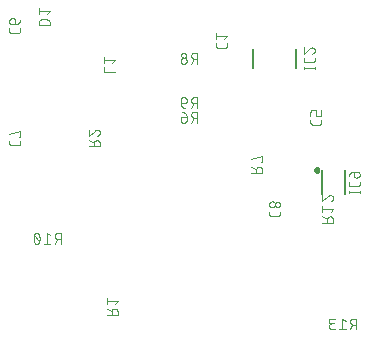
<source format=gbo>
G75*
%MOIN*%
%OFA0B0*%
%FSLAX25Y25*%
%IPPOS*%
%LPD*%
%AMOC8*
5,1,8,0,0,1.08239X$1,22.5*
%
%ADD10C,0.00300*%
%ADD11C,0.00500*%
%ADD12C,0.01181*%
D10*
X0055598Y0094713D02*
X0055653Y0094715D01*
X0055707Y0094721D01*
X0055760Y0094731D01*
X0055813Y0094745D01*
X0055865Y0094762D01*
X0055915Y0094784D01*
X0055964Y0094808D01*
X0056010Y0094837D01*
X0056055Y0094869D01*
X0056097Y0094903D01*
X0056136Y0094941D01*
X0056172Y0094982D01*
X0056206Y0095025D01*
X0056236Y0095071D01*
X0056263Y0095118D01*
X0056286Y0095167D01*
X0056306Y0095218D01*
X0056406Y0095521D02*
X0054790Y0097542D01*
X0054890Y0097845D02*
X0054910Y0097896D01*
X0054933Y0097945D01*
X0054960Y0097992D01*
X0054990Y0098038D01*
X0055024Y0098081D01*
X0055060Y0098122D01*
X0055099Y0098160D01*
X0055141Y0098194D01*
X0055186Y0098226D01*
X0055232Y0098255D01*
X0055281Y0098279D01*
X0055331Y0098301D01*
X0055383Y0098318D01*
X0055436Y0098332D01*
X0055489Y0098342D01*
X0055543Y0098348D01*
X0055598Y0098350D01*
X0055653Y0098348D01*
X0055707Y0098342D01*
X0055760Y0098332D01*
X0055813Y0098318D01*
X0055865Y0098301D01*
X0055915Y0098279D01*
X0055964Y0098255D01*
X0056010Y0098226D01*
X0056055Y0098194D01*
X0056097Y0098160D01*
X0056136Y0098122D01*
X0056172Y0098081D01*
X0056206Y0098038D01*
X0056236Y0097992D01*
X0056263Y0097945D01*
X0056286Y0097896D01*
X0056306Y0097845D01*
X0054891Y0097844D02*
X0054847Y0097750D01*
X0054806Y0097653D01*
X0054769Y0097556D01*
X0054735Y0097457D01*
X0054704Y0097357D01*
X0054677Y0097256D01*
X0054653Y0097154D01*
X0054633Y0097051D01*
X0054617Y0096948D01*
X0054604Y0096844D01*
X0054595Y0096740D01*
X0054590Y0096636D01*
X0054588Y0096531D01*
X0056608Y0096531D02*
X0056606Y0096636D01*
X0056601Y0096740D01*
X0056592Y0096844D01*
X0056579Y0096948D01*
X0056563Y0097051D01*
X0056543Y0097154D01*
X0056519Y0097256D01*
X0056492Y0097357D01*
X0056461Y0097457D01*
X0056427Y0097556D01*
X0056390Y0097653D01*
X0056349Y0097749D01*
X0056305Y0097844D01*
X0054588Y0096531D02*
X0054590Y0096426D01*
X0054595Y0096322D01*
X0054604Y0096218D01*
X0054617Y0096114D01*
X0054633Y0096011D01*
X0054653Y0095908D01*
X0054677Y0095806D01*
X0054704Y0095705D01*
X0054735Y0095605D01*
X0054769Y0095506D01*
X0054806Y0095409D01*
X0054847Y0095312D01*
X0054891Y0095218D01*
X0054890Y0095218D02*
X0054910Y0095167D01*
X0054933Y0095118D01*
X0054960Y0095071D01*
X0054990Y0095025D01*
X0055024Y0094982D01*
X0055060Y0094941D01*
X0055099Y0094903D01*
X0055141Y0094869D01*
X0055186Y0094837D01*
X0055232Y0094808D01*
X0055281Y0094784D01*
X0055331Y0094762D01*
X0055383Y0094745D01*
X0055436Y0094731D01*
X0055489Y0094721D01*
X0055543Y0094715D01*
X0055598Y0094713D01*
X0058131Y0094713D02*
X0060151Y0094713D01*
X0059141Y0094713D02*
X0059141Y0098350D01*
X0060151Y0097542D01*
X0062460Y0096329D02*
X0061652Y0094713D01*
X0062662Y0096329D02*
X0063672Y0096329D01*
X0062662Y0096330D02*
X0062600Y0096332D01*
X0062538Y0096338D01*
X0062476Y0096347D01*
X0062416Y0096361D01*
X0062356Y0096378D01*
X0062297Y0096398D01*
X0062240Y0096422D01*
X0062184Y0096450D01*
X0062130Y0096481D01*
X0062078Y0096516D01*
X0062029Y0096553D01*
X0061982Y0096594D01*
X0061937Y0096637D01*
X0061895Y0096683D01*
X0061856Y0096731D01*
X0061820Y0096782D01*
X0061787Y0096835D01*
X0061758Y0096890D01*
X0061732Y0096946D01*
X0061709Y0097004D01*
X0061691Y0097064D01*
X0061675Y0097124D01*
X0061664Y0097185D01*
X0061656Y0097247D01*
X0061652Y0097309D01*
X0061652Y0097371D01*
X0061656Y0097433D01*
X0061664Y0097495D01*
X0061675Y0097556D01*
X0061691Y0097616D01*
X0061709Y0097676D01*
X0061732Y0097734D01*
X0061758Y0097790D01*
X0061787Y0097845D01*
X0061820Y0097898D01*
X0061856Y0097949D01*
X0061895Y0097997D01*
X0061937Y0098043D01*
X0061982Y0098086D01*
X0062029Y0098127D01*
X0062078Y0098164D01*
X0062130Y0098199D01*
X0062184Y0098230D01*
X0062240Y0098258D01*
X0062297Y0098282D01*
X0062356Y0098302D01*
X0062416Y0098319D01*
X0062476Y0098333D01*
X0062538Y0098342D01*
X0062600Y0098348D01*
X0062662Y0098350D01*
X0063672Y0098350D01*
X0063672Y0094713D01*
X0056608Y0096531D02*
X0056606Y0096426D01*
X0056601Y0096322D01*
X0056592Y0096218D01*
X0056579Y0096114D01*
X0056563Y0096011D01*
X0056543Y0095908D01*
X0056519Y0095806D01*
X0056492Y0095705D01*
X0056461Y0095605D01*
X0056427Y0095506D01*
X0056390Y0095409D01*
X0056349Y0095313D01*
X0056305Y0095218D01*
X0078965Y0076664D02*
X0078965Y0074644D01*
X0078965Y0075654D02*
X0082602Y0075654D01*
X0081794Y0074644D01*
X0082602Y0072133D02*
X0082600Y0072195D01*
X0082594Y0072257D01*
X0082585Y0072319D01*
X0082571Y0072379D01*
X0082554Y0072439D01*
X0082534Y0072498D01*
X0082510Y0072555D01*
X0082482Y0072611D01*
X0082451Y0072665D01*
X0082416Y0072717D01*
X0082379Y0072766D01*
X0082338Y0072813D01*
X0082295Y0072858D01*
X0082249Y0072900D01*
X0082201Y0072939D01*
X0082150Y0072975D01*
X0082097Y0073008D01*
X0082042Y0073037D01*
X0081986Y0073063D01*
X0081928Y0073086D01*
X0081868Y0073104D01*
X0081808Y0073120D01*
X0081747Y0073131D01*
X0081685Y0073139D01*
X0081623Y0073143D01*
X0081561Y0073143D01*
X0081499Y0073139D01*
X0081437Y0073131D01*
X0081376Y0073120D01*
X0081316Y0073104D01*
X0081256Y0073086D01*
X0081198Y0073063D01*
X0081142Y0073037D01*
X0081087Y0073008D01*
X0081034Y0072975D01*
X0080983Y0072939D01*
X0080935Y0072900D01*
X0080889Y0072858D01*
X0080846Y0072813D01*
X0080805Y0072766D01*
X0080768Y0072717D01*
X0080733Y0072665D01*
X0080702Y0072611D01*
X0080674Y0072555D01*
X0080650Y0072498D01*
X0080630Y0072439D01*
X0080613Y0072379D01*
X0080599Y0072319D01*
X0080590Y0072257D01*
X0080584Y0072195D01*
X0080582Y0072133D01*
X0080581Y0072133D02*
X0080581Y0071123D01*
X0080581Y0072335D02*
X0078965Y0073143D01*
X0078965Y0071123D02*
X0082602Y0071123D01*
X0082602Y0072133D01*
X0127193Y0118367D02*
X0130830Y0118367D01*
X0130830Y0119377D01*
X0130828Y0119439D01*
X0130822Y0119501D01*
X0130813Y0119563D01*
X0130799Y0119623D01*
X0130782Y0119683D01*
X0130762Y0119742D01*
X0130738Y0119799D01*
X0130710Y0119855D01*
X0130679Y0119909D01*
X0130644Y0119961D01*
X0130607Y0120010D01*
X0130566Y0120057D01*
X0130523Y0120102D01*
X0130477Y0120144D01*
X0130429Y0120183D01*
X0130378Y0120219D01*
X0130325Y0120252D01*
X0130270Y0120281D01*
X0130214Y0120307D01*
X0130156Y0120330D01*
X0130096Y0120348D01*
X0130036Y0120364D01*
X0129975Y0120375D01*
X0129913Y0120383D01*
X0129851Y0120387D01*
X0129789Y0120387D01*
X0129727Y0120383D01*
X0129665Y0120375D01*
X0129604Y0120364D01*
X0129544Y0120348D01*
X0129484Y0120330D01*
X0129426Y0120307D01*
X0129370Y0120281D01*
X0129315Y0120252D01*
X0129262Y0120219D01*
X0129211Y0120183D01*
X0129163Y0120144D01*
X0129117Y0120102D01*
X0129074Y0120057D01*
X0129033Y0120010D01*
X0128996Y0119961D01*
X0128961Y0119909D01*
X0128930Y0119855D01*
X0128902Y0119799D01*
X0128878Y0119742D01*
X0128858Y0119683D01*
X0128841Y0119623D01*
X0128827Y0119563D01*
X0128818Y0119501D01*
X0128812Y0119439D01*
X0128810Y0119377D01*
X0128810Y0118367D01*
X0128810Y0119579D02*
X0127193Y0120388D01*
X0127193Y0122898D02*
X0130830Y0123909D01*
X0130830Y0121888D01*
X0130426Y0121888D01*
X0134109Y0108865D02*
X0134047Y0108863D01*
X0133985Y0108857D01*
X0133923Y0108848D01*
X0133863Y0108834D01*
X0133803Y0108817D01*
X0133744Y0108797D01*
X0133687Y0108773D01*
X0133631Y0108745D01*
X0133577Y0108714D01*
X0133525Y0108679D01*
X0133476Y0108642D01*
X0133429Y0108601D01*
X0133384Y0108558D01*
X0133342Y0108512D01*
X0133303Y0108464D01*
X0133267Y0108413D01*
X0133234Y0108360D01*
X0133205Y0108305D01*
X0133179Y0108249D01*
X0133156Y0108191D01*
X0133138Y0108131D01*
X0133122Y0108071D01*
X0133111Y0108010D01*
X0133103Y0107948D01*
X0133099Y0107886D01*
X0133099Y0107824D01*
X0133103Y0107762D01*
X0133111Y0107700D01*
X0133122Y0107639D01*
X0133138Y0107579D01*
X0133156Y0107519D01*
X0133179Y0107461D01*
X0133205Y0107405D01*
X0133234Y0107350D01*
X0133267Y0107297D01*
X0133303Y0107246D01*
X0133342Y0107198D01*
X0133384Y0107152D01*
X0133429Y0107109D01*
X0133476Y0107068D01*
X0133525Y0107031D01*
X0133577Y0106996D01*
X0133631Y0106965D01*
X0133687Y0106937D01*
X0133744Y0106913D01*
X0133803Y0106893D01*
X0133863Y0106876D01*
X0133923Y0106862D01*
X0133985Y0106853D01*
X0134047Y0106847D01*
X0134109Y0106845D01*
X0134171Y0106847D01*
X0134233Y0106853D01*
X0134295Y0106862D01*
X0134355Y0106876D01*
X0134415Y0106893D01*
X0134474Y0106913D01*
X0134531Y0106937D01*
X0134587Y0106965D01*
X0134641Y0106996D01*
X0134693Y0107031D01*
X0134742Y0107068D01*
X0134789Y0107109D01*
X0134834Y0107152D01*
X0134876Y0107198D01*
X0134915Y0107246D01*
X0134951Y0107297D01*
X0134984Y0107350D01*
X0135013Y0107405D01*
X0135039Y0107461D01*
X0135062Y0107519D01*
X0135080Y0107579D01*
X0135096Y0107639D01*
X0135107Y0107700D01*
X0135115Y0107762D01*
X0135119Y0107824D01*
X0135119Y0107886D01*
X0135115Y0107948D01*
X0135107Y0108010D01*
X0135096Y0108071D01*
X0135080Y0108131D01*
X0135062Y0108191D01*
X0135039Y0108249D01*
X0135013Y0108305D01*
X0134984Y0108360D01*
X0134951Y0108413D01*
X0134915Y0108464D01*
X0134876Y0108512D01*
X0134834Y0108558D01*
X0134789Y0108601D01*
X0134742Y0108642D01*
X0134693Y0108679D01*
X0134641Y0108714D01*
X0134587Y0108745D01*
X0134531Y0108773D01*
X0134474Y0108797D01*
X0134415Y0108817D01*
X0134355Y0108834D01*
X0134295Y0108848D01*
X0134233Y0108857D01*
X0134171Y0108863D01*
X0134109Y0108865D01*
X0135928Y0108663D02*
X0135873Y0108661D01*
X0135818Y0108655D01*
X0135764Y0108646D01*
X0135710Y0108633D01*
X0135657Y0108616D01*
X0135606Y0108596D01*
X0135556Y0108572D01*
X0135508Y0108545D01*
X0135462Y0108515D01*
X0135418Y0108482D01*
X0135376Y0108446D01*
X0135337Y0108407D01*
X0135301Y0108365D01*
X0135268Y0108321D01*
X0135238Y0108275D01*
X0135211Y0108227D01*
X0135187Y0108177D01*
X0135167Y0108126D01*
X0135150Y0108073D01*
X0135137Y0108019D01*
X0135128Y0107965D01*
X0135122Y0107910D01*
X0135120Y0107855D01*
X0135122Y0107800D01*
X0135128Y0107745D01*
X0135137Y0107691D01*
X0135150Y0107637D01*
X0135167Y0107584D01*
X0135187Y0107533D01*
X0135211Y0107483D01*
X0135238Y0107435D01*
X0135268Y0107389D01*
X0135301Y0107345D01*
X0135337Y0107303D01*
X0135376Y0107264D01*
X0135418Y0107228D01*
X0135462Y0107195D01*
X0135508Y0107165D01*
X0135556Y0107138D01*
X0135606Y0107114D01*
X0135657Y0107094D01*
X0135710Y0107077D01*
X0135764Y0107064D01*
X0135818Y0107055D01*
X0135873Y0107049D01*
X0135928Y0107047D01*
X0135983Y0107049D01*
X0136038Y0107055D01*
X0136092Y0107064D01*
X0136146Y0107077D01*
X0136199Y0107094D01*
X0136250Y0107114D01*
X0136300Y0107138D01*
X0136348Y0107165D01*
X0136394Y0107195D01*
X0136438Y0107228D01*
X0136480Y0107264D01*
X0136519Y0107303D01*
X0136555Y0107345D01*
X0136588Y0107389D01*
X0136618Y0107435D01*
X0136645Y0107483D01*
X0136669Y0107533D01*
X0136689Y0107584D01*
X0136706Y0107637D01*
X0136719Y0107691D01*
X0136728Y0107745D01*
X0136734Y0107800D01*
X0136736Y0107855D01*
X0136734Y0107910D01*
X0136728Y0107965D01*
X0136719Y0108019D01*
X0136706Y0108073D01*
X0136689Y0108126D01*
X0136669Y0108177D01*
X0136645Y0108227D01*
X0136618Y0108275D01*
X0136588Y0108321D01*
X0136555Y0108365D01*
X0136519Y0108407D01*
X0136480Y0108446D01*
X0136438Y0108482D01*
X0136394Y0108515D01*
X0136348Y0108545D01*
X0136300Y0108572D01*
X0136250Y0108596D01*
X0136199Y0108616D01*
X0136146Y0108633D01*
X0136092Y0108646D01*
X0136038Y0108655D01*
X0135983Y0108661D01*
X0135928Y0108663D01*
X0136736Y0105499D02*
X0136736Y0104691D01*
X0136734Y0104636D01*
X0136728Y0104581D01*
X0136719Y0104527D01*
X0136706Y0104473D01*
X0136689Y0104420D01*
X0136669Y0104369D01*
X0136645Y0104319D01*
X0136618Y0104271D01*
X0136588Y0104225D01*
X0136555Y0104181D01*
X0136519Y0104139D01*
X0136479Y0104100D01*
X0136438Y0104064D01*
X0136394Y0104031D01*
X0136348Y0104001D01*
X0136300Y0103974D01*
X0136250Y0103950D01*
X0136199Y0103930D01*
X0136146Y0103913D01*
X0136092Y0103900D01*
X0136038Y0103891D01*
X0135983Y0103885D01*
X0135928Y0103883D01*
X0135928Y0103882D02*
X0133907Y0103882D01*
X0133907Y0103883D02*
X0133852Y0103885D01*
X0133797Y0103891D01*
X0133743Y0103900D01*
X0133689Y0103913D01*
X0133636Y0103930D01*
X0133585Y0103950D01*
X0133535Y0103974D01*
X0133487Y0104001D01*
X0133441Y0104031D01*
X0133397Y0104064D01*
X0133355Y0104100D01*
X0133316Y0104139D01*
X0133280Y0104181D01*
X0133247Y0104225D01*
X0133217Y0104271D01*
X0133190Y0104319D01*
X0133166Y0104369D01*
X0133146Y0104420D01*
X0133129Y0104473D01*
X0133116Y0104527D01*
X0133107Y0104581D01*
X0133101Y0104636D01*
X0133099Y0104691D01*
X0133099Y0105499D01*
X0150815Y0105353D02*
X0150815Y0107373D01*
X0150815Y0106363D02*
X0154452Y0106363D01*
X0153644Y0105353D01*
X0154452Y0102842D02*
X0154450Y0102904D01*
X0154444Y0102966D01*
X0154435Y0103028D01*
X0154421Y0103088D01*
X0154404Y0103148D01*
X0154384Y0103207D01*
X0154360Y0103264D01*
X0154332Y0103320D01*
X0154301Y0103374D01*
X0154266Y0103426D01*
X0154229Y0103475D01*
X0154188Y0103522D01*
X0154145Y0103567D01*
X0154099Y0103609D01*
X0154051Y0103648D01*
X0154000Y0103684D01*
X0153947Y0103717D01*
X0153892Y0103746D01*
X0153836Y0103772D01*
X0153778Y0103795D01*
X0153718Y0103813D01*
X0153658Y0103829D01*
X0153597Y0103840D01*
X0153535Y0103848D01*
X0153473Y0103852D01*
X0153411Y0103852D01*
X0153349Y0103848D01*
X0153287Y0103840D01*
X0153226Y0103829D01*
X0153166Y0103813D01*
X0153106Y0103795D01*
X0153048Y0103772D01*
X0152992Y0103746D01*
X0152937Y0103717D01*
X0152884Y0103684D01*
X0152833Y0103648D01*
X0152785Y0103609D01*
X0152739Y0103567D01*
X0152696Y0103522D01*
X0152655Y0103475D01*
X0152618Y0103426D01*
X0152583Y0103374D01*
X0152552Y0103320D01*
X0152524Y0103264D01*
X0152500Y0103207D01*
X0152480Y0103148D01*
X0152463Y0103088D01*
X0152449Y0103028D01*
X0152440Y0102966D01*
X0152434Y0102904D01*
X0152432Y0102842D01*
X0152432Y0101832D01*
X0152432Y0103044D02*
X0150815Y0103852D01*
X0150815Y0101832D02*
X0154452Y0101832D01*
X0154452Y0102842D01*
X0150815Y0108896D02*
X0150815Y0110916D01*
X0150815Y0108896D02*
X0152836Y0110613D01*
X0154452Y0110007D02*
X0154450Y0109940D01*
X0154444Y0109874D01*
X0154435Y0109808D01*
X0154422Y0109742D01*
X0154405Y0109678D01*
X0154384Y0109614D01*
X0154360Y0109552D01*
X0154332Y0109491D01*
X0154301Y0109432D01*
X0154266Y0109375D01*
X0154229Y0109320D01*
X0154188Y0109267D01*
X0154144Y0109217D01*
X0154098Y0109169D01*
X0154048Y0109124D01*
X0153997Y0109082D01*
X0153943Y0109042D01*
X0153886Y0109006D01*
X0153828Y0108974D01*
X0153768Y0108944D01*
X0153707Y0108918D01*
X0153644Y0108896D01*
X0152836Y0110614D02*
X0152879Y0110657D01*
X0152925Y0110696D01*
X0152973Y0110733D01*
X0153024Y0110767D01*
X0153076Y0110798D01*
X0153130Y0110826D01*
X0153186Y0110850D01*
X0153244Y0110870D01*
X0153302Y0110887D01*
X0153361Y0110900D01*
X0153422Y0110909D01*
X0153482Y0110915D01*
X0153543Y0110917D01*
X0153543Y0110916D02*
X0153602Y0110914D01*
X0153662Y0110908D01*
X0153720Y0110899D01*
X0153778Y0110885D01*
X0153835Y0110868D01*
X0153891Y0110847D01*
X0153945Y0110822D01*
X0153997Y0110794D01*
X0154048Y0110763D01*
X0154096Y0110728D01*
X0154142Y0110690D01*
X0154186Y0110650D01*
X0154226Y0110606D01*
X0154264Y0110560D01*
X0154299Y0110512D01*
X0154330Y0110462D01*
X0154358Y0110409D01*
X0154383Y0110355D01*
X0154404Y0110299D01*
X0154421Y0110242D01*
X0154435Y0110184D01*
X0154444Y0110126D01*
X0154450Y0110066D01*
X0154452Y0110007D01*
X0159674Y0111631D02*
X0159674Y0112440D01*
X0159674Y0112036D02*
X0163311Y0112036D01*
X0163311Y0112440D02*
X0163311Y0111631D01*
X0162502Y0113850D02*
X0160482Y0113850D01*
X0160427Y0113852D01*
X0160372Y0113858D01*
X0160318Y0113867D01*
X0160264Y0113880D01*
X0160211Y0113897D01*
X0160160Y0113917D01*
X0160110Y0113941D01*
X0160062Y0113968D01*
X0160016Y0113998D01*
X0159972Y0114031D01*
X0159930Y0114067D01*
X0159891Y0114106D01*
X0159855Y0114148D01*
X0159822Y0114192D01*
X0159792Y0114238D01*
X0159765Y0114286D01*
X0159741Y0114336D01*
X0159721Y0114387D01*
X0159704Y0114440D01*
X0159691Y0114494D01*
X0159682Y0114548D01*
X0159676Y0114603D01*
X0159674Y0114658D01*
X0159674Y0115466D01*
X0159674Y0117217D02*
X0159676Y0117296D01*
X0159682Y0117375D01*
X0159691Y0117454D01*
X0159705Y0117532D01*
X0159722Y0117610D01*
X0159744Y0117686D01*
X0159768Y0117761D01*
X0159797Y0117835D01*
X0159829Y0117908D01*
X0159865Y0117979D01*
X0159904Y0118048D01*
X0159946Y0118115D01*
X0159992Y0118180D01*
X0160041Y0118242D01*
X0160093Y0118302D01*
X0160147Y0118360D01*
X0160205Y0118414D01*
X0160265Y0118466D01*
X0160327Y0118515D01*
X0160392Y0118561D01*
X0160459Y0118603D01*
X0160528Y0118642D01*
X0160599Y0118678D01*
X0160672Y0118710D01*
X0160746Y0118739D01*
X0160821Y0118763D01*
X0160897Y0118785D01*
X0160975Y0118802D01*
X0161053Y0118816D01*
X0161132Y0118825D01*
X0161211Y0118831D01*
X0161290Y0118833D01*
X0162300Y0118833D01*
X0161290Y0118833D02*
X0161290Y0117621D01*
X0161292Y0117566D01*
X0161298Y0117511D01*
X0161307Y0117457D01*
X0161320Y0117403D01*
X0161337Y0117350D01*
X0161357Y0117299D01*
X0161381Y0117249D01*
X0161408Y0117201D01*
X0161438Y0117155D01*
X0161471Y0117111D01*
X0161507Y0117069D01*
X0161547Y0117030D01*
X0161588Y0116994D01*
X0161632Y0116961D01*
X0161678Y0116931D01*
X0161726Y0116904D01*
X0161776Y0116880D01*
X0161827Y0116860D01*
X0161880Y0116843D01*
X0161934Y0116830D01*
X0161988Y0116821D01*
X0162043Y0116815D01*
X0162098Y0116813D01*
X0162300Y0116813D01*
X0162362Y0116815D01*
X0162424Y0116821D01*
X0162486Y0116830D01*
X0162546Y0116844D01*
X0162606Y0116861D01*
X0162665Y0116881D01*
X0162722Y0116905D01*
X0162778Y0116933D01*
X0162832Y0116964D01*
X0162884Y0116999D01*
X0162933Y0117036D01*
X0162980Y0117077D01*
X0163025Y0117120D01*
X0163067Y0117166D01*
X0163106Y0117214D01*
X0163142Y0117265D01*
X0163175Y0117318D01*
X0163204Y0117373D01*
X0163230Y0117429D01*
X0163253Y0117487D01*
X0163271Y0117547D01*
X0163287Y0117607D01*
X0163298Y0117668D01*
X0163306Y0117730D01*
X0163310Y0117792D01*
X0163310Y0117854D01*
X0163306Y0117916D01*
X0163298Y0117978D01*
X0163287Y0118039D01*
X0163271Y0118099D01*
X0163253Y0118159D01*
X0163230Y0118217D01*
X0163204Y0118273D01*
X0163175Y0118328D01*
X0163142Y0118381D01*
X0163106Y0118432D01*
X0163067Y0118480D01*
X0163025Y0118526D01*
X0162980Y0118569D01*
X0162933Y0118610D01*
X0162884Y0118647D01*
X0162832Y0118682D01*
X0162778Y0118713D01*
X0162722Y0118741D01*
X0162665Y0118765D01*
X0162606Y0118785D01*
X0162546Y0118802D01*
X0162486Y0118816D01*
X0162424Y0118825D01*
X0162362Y0118831D01*
X0162300Y0118833D01*
X0163311Y0115466D02*
X0163311Y0114658D01*
X0163310Y0114658D02*
X0163308Y0114603D01*
X0163302Y0114548D01*
X0163293Y0114494D01*
X0163280Y0114440D01*
X0163263Y0114387D01*
X0163243Y0114336D01*
X0163219Y0114286D01*
X0163192Y0114238D01*
X0163162Y0114192D01*
X0163129Y0114148D01*
X0163093Y0114106D01*
X0163053Y0114067D01*
X0163012Y0114031D01*
X0162968Y0113998D01*
X0162922Y0113968D01*
X0162874Y0113941D01*
X0162824Y0113917D01*
X0162773Y0113897D01*
X0162720Y0113880D01*
X0162666Y0113867D01*
X0162612Y0113858D01*
X0162557Y0113852D01*
X0162502Y0113850D01*
X0149707Y0134394D02*
X0147687Y0134394D01*
X0147632Y0134396D01*
X0147577Y0134402D01*
X0147523Y0134411D01*
X0147469Y0134424D01*
X0147416Y0134441D01*
X0147365Y0134461D01*
X0147315Y0134485D01*
X0147267Y0134512D01*
X0147221Y0134542D01*
X0147177Y0134575D01*
X0147135Y0134611D01*
X0147096Y0134650D01*
X0147060Y0134692D01*
X0147027Y0134736D01*
X0146997Y0134782D01*
X0146970Y0134830D01*
X0146946Y0134880D01*
X0146926Y0134931D01*
X0146909Y0134984D01*
X0146896Y0135038D01*
X0146887Y0135092D01*
X0146881Y0135147D01*
X0146879Y0135202D01*
X0146878Y0135202D02*
X0146878Y0136011D01*
X0146878Y0137357D02*
X0146878Y0138569D01*
X0146879Y0138569D02*
X0146881Y0138624D01*
X0146887Y0138679D01*
X0146896Y0138733D01*
X0146909Y0138787D01*
X0146926Y0138840D01*
X0146946Y0138891D01*
X0146970Y0138941D01*
X0146997Y0138989D01*
X0147027Y0139035D01*
X0147060Y0139079D01*
X0147096Y0139120D01*
X0147135Y0139160D01*
X0147177Y0139196D01*
X0147221Y0139229D01*
X0147267Y0139259D01*
X0147315Y0139286D01*
X0147365Y0139310D01*
X0147416Y0139330D01*
X0147469Y0139347D01*
X0147523Y0139360D01*
X0147577Y0139369D01*
X0147632Y0139375D01*
X0147687Y0139377D01*
X0148091Y0139377D01*
X0148146Y0139375D01*
X0148201Y0139369D01*
X0148255Y0139360D01*
X0148309Y0139347D01*
X0148362Y0139330D01*
X0148413Y0139310D01*
X0148463Y0139286D01*
X0148511Y0139259D01*
X0148557Y0139229D01*
X0148601Y0139196D01*
X0148643Y0139160D01*
X0148682Y0139121D01*
X0148718Y0139079D01*
X0148751Y0139035D01*
X0148781Y0138989D01*
X0148808Y0138941D01*
X0148832Y0138891D01*
X0148852Y0138840D01*
X0148869Y0138787D01*
X0148882Y0138733D01*
X0148891Y0138679D01*
X0148897Y0138624D01*
X0148899Y0138569D01*
X0148899Y0137357D01*
X0150515Y0137357D01*
X0150515Y0139377D01*
X0150515Y0136011D02*
X0150515Y0135202D01*
X0150513Y0135147D01*
X0150507Y0135092D01*
X0150498Y0135038D01*
X0150485Y0134984D01*
X0150468Y0134931D01*
X0150448Y0134880D01*
X0150424Y0134830D01*
X0150397Y0134782D01*
X0150367Y0134736D01*
X0150334Y0134692D01*
X0150298Y0134650D01*
X0150258Y0134611D01*
X0150217Y0134575D01*
X0150173Y0134542D01*
X0150127Y0134512D01*
X0150079Y0134485D01*
X0150029Y0134461D01*
X0149978Y0134441D01*
X0149925Y0134424D01*
X0149871Y0134411D01*
X0149817Y0134402D01*
X0149762Y0134396D01*
X0149707Y0134394D01*
X0148350Y0152970D02*
X0148350Y0153778D01*
X0148350Y0153374D02*
X0144713Y0153374D01*
X0144713Y0152970D02*
X0144713Y0153778D01*
X0145521Y0155188D02*
X0147542Y0155188D01*
X0147542Y0155189D02*
X0147597Y0155191D01*
X0147652Y0155197D01*
X0147706Y0155206D01*
X0147760Y0155219D01*
X0147813Y0155236D01*
X0147864Y0155256D01*
X0147914Y0155280D01*
X0147962Y0155307D01*
X0148008Y0155337D01*
X0148052Y0155370D01*
X0148093Y0155406D01*
X0148133Y0155445D01*
X0148169Y0155487D01*
X0148202Y0155531D01*
X0148232Y0155577D01*
X0148259Y0155625D01*
X0148283Y0155675D01*
X0148303Y0155726D01*
X0148320Y0155779D01*
X0148333Y0155833D01*
X0148342Y0155887D01*
X0148348Y0155942D01*
X0148350Y0155997D01*
X0148350Y0156805D01*
X0146734Y0159869D02*
X0146777Y0159912D01*
X0146823Y0159951D01*
X0146871Y0159988D01*
X0146922Y0160022D01*
X0146974Y0160053D01*
X0147028Y0160081D01*
X0147084Y0160105D01*
X0147142Y0160125D01*
X0147200Y0160142D01*
X0147259Y0160155D01*
X0147320Y0160164D01*
X0147380Y0160170D01*
X0147441Y0160172D01*
X0146734Y0159869D02*
X0144713Y0158151D01*
X0144713Y0160172D01*
X0147542Y0158151D02*
X0147605Y0158173D01*
X0147666Y0158199D01*
X0147726Y0158229D01*
X0147784Y0158261D01*
X0147841Y0158297D01*
X0147895Y0158337D01*
X0147946Y0158379D01*
X0147996Y0158424D01*
X0148042Y0158472D01*
X0148086Y0158522D01*
X0148127Y0158575D01*
X0148164Y0158630D01*
X0148199Y0158687D01*
X0148230Y0158746D01*
X0148258Y0158807D01*
X0148282Y0158869D01*
X0148303Y0158933D01*
X0148320Y0158997D01*
X0148333Y0159063D01*
X0148342Y0159129D01*
X0148348Y0159195D01*
X0148350Y0159262D01*
X0148348Y0159321D01*
X0148342Y0159381D01*
X0148333Y0159439D01*
X0148319Y0159497D01*
X0148302Y0159554D01*
X0148281Y0159610D01*
X0148256Y0159664D01*
X0148228Y0159717D01*
X0148197Y0159767D01*
X0148162Y0159815D01*
X0148124Y0159861D01*
X0148084Y0159905D01*
X0148040Y0159945D01*
X0147994Y0159983D01*
X0147946Y0160018D01*
X0147895Y0160049D01*
X0147843Y0160077D01*
X0147789Y0160102D01*
X0147733Y0160123D01*
X0147676Y0160140D01*
X0147618Y0160154D01*
X0147560Y0160163D01*
X0147500Y0160169D01*
X0147441Y0160171D01*
X0144713Y0156805D02*
X0144713Y0155997D01*
X0144715Y0155942D01*
X0144721Y0155887D01*
X0144730Y0155833D01*
X0144743Y0155779D01*
X0144760Y0155726D01*
X0144780Y0155675D01*
X0144804Y0155625D01*
X0144831Y0155577D01*
X0144861Y0155531D01*
X0144894Y0155487D01*
X0144930Y0155445D01*
X0144969Y0155406D01*
X0145011Y0155370D01*
X0145055Y0155337D01*
X0145101Y0155307D01*
X0145149Y0155280D01*
X0145199Y0155256D01*
X0145250Y0155236D01*
X0145303Y0155219D01*
X0145357Y0155206D01*
X0145411Y0155197D01*
X0145466Y0155191D01*
X0145521Y0155189D01*
X0119019Y0160793D02*
X0119019Y0161601D01*
X0119019Y0160793D02*
X0119017Y0160738D01*
X0119011Y0160683D01*
X0119002Y0160629D01*
X0118989Y0160575D01*
X0118972Y0160522D01*
X0118952Y0160471D01*
X0118928Y0160421D01*
X0118901Y0160373D01*
X0118871Y0160327D01*
X0118838Y0160283D01*
X0118802Y0160241D01*
X0118762Y0160202D01*
X0118721Y0160166D01*
X0118677Y0160133D01*
X0118631Y0160103D01*
X0118583Y0160076D01*
X0118533Y0160052D01*
X0118482Y0160032D01*
X0118429Y0160015D01*
X0118375Y0160002D01*
X0118321Y0159993D01*
X0118266Y0159987D01*
X0118211Y0159985D01*
X0116191Y0159985D01*
X0116136Y0159987D01*
X0116081Y0159993D01*
X0116027Y0160002D01*
X0115973Y0160015D01*
X0115920Y0160032D01*
X0115869Y0160052D01*
X0115819Y0160076D01*
X0115771Y0160103D01*
X0115725Y0160133D01*
X0115681Y0160166D01*
X0115639Y0160202D01*
X0115600Y0160241D01*
X0115564Y0160283D01*
X0115531Y0160327D01*
X0115501Y0160373D01*
X0115474Y0160421D01*
X0115450Y0160471D01*
X0115430Y0160522D01*
X0115413Y0160575D01*
X0115400Y0160629D01*
X0115391Y0160683D01*
X0115385Y0160738D01*
X0115383Y0160793D01*
X0115382Y0160793D02*
X0115382Y0161601D01*
X0115382Y0162947D02*
X0115382Y0164968D01*
X0115382Y0163958D02*
X0119019Y0163958D01*
X0118211Y0162947D01*
X0109145Y0158389D02*
X0109145Y0154752D01*
X0109145Y0156369D02*
X0108135Y0156369D01*
X0107932Y0156369D02*
X0107124Y0154752D01*
X0105623Y0155763D02*
X0105621Y0155701D01*
X0105615Y0155639D01*
X0105606Y0155577D01*
X0105592Y0155517D01*
X0105575Y0155457D01*
X0105555Y0155398D01*
X0105531Y0155341D01*
X0105503Y0155285D01*
X0105472Y0155231D01*
X0105437Y0155179D01*
X0105400Y0155130D01*
X0105359Y0155083D01*
X0105316Y0155038D01*
X0105270Y0154996D01*
X0105222Y0154957D01*
X0105171Y0154921D01*
X0105118Y0154888D01*
X0105063Y0154859D01*
X0105007Y0154833D01*
X0104949Y0154810D01*
X0104889Y0154792D01*
X0104829Y0154776D01*
X0104768Y0154765D01*
X0104706Y0154757D01*
X0104644Y0154753D01*
X0104582Y0154753D01*
X0104520Y0154757D01*
X0104458Y0154765D01*
X0104397Y0154776D01*
X0104337Y0154792D01*
X0104277Y0154810D01*
X0104219Y0154833D01*
X0104163Y0154859D01*
X0104108Y0154888D01*
X0104055Y0154921D01*
X0104004Y0154957D01*
X0103956Y0154996D01*
X0103910Y0155038D01*
X0103867Y0155083D01*
X0103826Y0155130D01*
X0103789Y0155179D01*
X0103754Y0155231D01*
X0103723Y0155285D01*
X0103695Y0155341D01*
X0103671Y0155398D01*
X0103651Y0155457D01*
X0103634Y0155517D01*
X0103620Y0155577D01*
X0103611Y0155639D01*
X0103605Y0155701D01*
X0103603Y0155763D01*
X0103605Y0155825D01*
X0103611Y0155887D01*
X0103620Y0155949D01*
X0103634Y0156009D01*
X0103651Y0156069D01*
X0103671Y0156128D01*
X0103695Y0156185D01*
X0103723Y0156241D01*
X0103754Y0156295D01*
X0103789Y0156347D01*
X0103826Y0156396D01*
X0103867Y0156443D01*
X0103910Y0156488D01*
X0103956Y0156530D01*
X0104004Y0156569D01*
X0104055Y0156605D01*
X0104108Y0156638D01*
X0104163Y0156667D01*
X0104219Y0156693D01*
X0104277Y0156716D01*
X0104337Y0156734D01*
X0104397Y0156750D01*
X0104458Y0156761D01*
X0104520Y0156769D01*
X0104582Y0156773D01*
X0104644Y0156773D01*
X0104706Y0156769D01*
X0104768Y0156761D01*
X0104829Y0156750D01*
X0104889Y0156734D01*
X0104949Y0156716D01*
X0105007Y0156693D01*
X0105063Y0156667D01*
X0105118Y0156638D01*
X0105171Y0156605D01*
X0105222Y0156569D01*
X0105270Y0156530D01*
X0105316Y0156488D01*
X0105359Y0156443D01*
X0105400Y0156396D01*
X0105437Y0156347D01*
X0105472Y0156295D01*
X0105503Y0156241D01*
X0105531Y0156185D01*
X0105555Y0156128D01*
X0105575Y0156069D01*
X0105592Y0156009D01*
X0105606Y0155949D01*
X0105615Y0155887D01*
X0105621Y0155825D01*
X0105623Y0155763D01*
X0105421Y0157581D02*
X0105419Y0157526D01*
X0105413Y0157471D01*
X0105404Y0157417D01*
X0105391Y0157363D01*
X0105374Y0157310D01*
X0105354Y0157259D01*
X0105330Y0157209D01*
X0105303Y0157161D01*
X0105273Y0157115D01*
X0105240Y0157071D01*
X0105204Y0157029D01*
X0105165Y0156990D01*
X0105123Y0156954D01*
X0105079Y0156921D01*
X0105033Y0156891D01*
X0104985Y0156864D01*
X0104935Y0156840D01*
X0104884Y0156820D01*
X0104831Y0156803D01*
X0104777Y0156790D01*
X0104723Y0156781D01*
X0104668Y0156775D01*
X0104613Y0156773D01*
X0104558Y0156775D01*
X0104503Y0156781D01*
X0104449Y0156790D01*
X0104395Y0156803D01*
X0104342Y0156820D01*
X0104291Y0156840D01*
X0104241Y0156864D01*
X0104193Y0156891D01*
X0104147Y0156921D01*
X0104103Y0156954D01*
X0104061Y0156990D01*
X0104022Y0157029D01*
X0103986Y0157071D01*
X0103953Y0157115D01*
X0103923Y0157161D01*
X0103896Y0157209D01*
X0103872Y0157259D01*
X0103852Y0157310D01*
X0103835Y0157363D01*
X0103822Y0157417D01*
X0103813Y0157471D01*
X0103807Y0157526D01*
X0103805Y0157581D01*
X0103807Y0157636D01*
X0103813Y0157691D01*
X0103822Y0157745D01*
X0103835Y0157799D01*
X0103852Y0157852D01*
X0103872Y0157903D01*
X0103896Y0157953D01*
X0103923Y0158001D01*
X0103953Y0158047D01*
X0103986Y0158091D01*
X0104022Y0158133D01*
X0104061Y0158172D01*
X0104103Y0158208D01*
X0104147Y0158241D01*
X0104193Y0158271D01*
X0104241Y0158298D01*
X0104291Y0158322D01*
X0104342Y0158342D01*
X0104395Y0158359D01*
X0104449Y0158372D01*
X0104503Y0158381D01*
X0104558Y0158387D01*
X0104613Y0158389D01*
X0104668Y0158387D01*
X0104723Y0158381D01*
X0104777Y0158372D01*
X0104831Y0158359D01*
X0104884Y0158342D01*
X0104935Y0158322D01*
X0104985Y0158298D01*
X0105033Y0158271D01*
X0105079Y0158241D01*
X0105123Y0158208D01*
X0105165Y0158172D01*
X0105204Y0158133D01*
X0105240Y0158091D01*
X0105273Y0158047D01*
X0105303Y0158001D01*
X0105330Y0157953D01*
X0105354Y0157903D01*
X0105374Y0157852D01*
X0105391Y0157799D01*
X0105404Y0157745D01*
X0105413Y0157691D01*
X0105419Y0157636D01*
X0105421Y0157581D01*
X0108135Y0158389D02*
X0108073Y0158387D01*
X0108011Y0158381D01*
X0107949Y0158372D01*
X0107889Y0158358D01*
X0107829Y0158341D01*
X0107770Y0158321D01*
X0107713Y0158297D01*
X0107657Y0158269D01*
X0107603Y0158238D01*
X0107551Y0158203D01*
X0107502Y0158166D01*
X0107455Y0158125D01*
X0107410Y0158082D01*
X0107368Y0158036D01*
X0107329Y0157988D01*
X0107293Y0157937D01*
X0107260Y0157884D01*
X0107231Y0157829D01*
X0107205Y0157773D01*
X0107182Y0157715D01*
X0107164Y0157655D01*
X0107148Y0157595D01*
X0107137Y0157534D01*
X0107129Y0157472D01*
X0107125Y0157410D01*
X0107125Y0157348D01*
X0107129Y0157286D01*
X0107137Y0157224D01*
X0107148Y0157163D01*
X0107164Y0157103D01*
X0107182Y0157043D01*
X0107205Y0156985D01*
X0107231Y0156929D01*
X0107260Y0156874D01*
X0107293Y0156821D01*
X0107329Y0156770D01*
X0107368Y0156722D01*
X0107410Y0156676D01*
X0107455Y0156633D01*
X0107502Y0156592D01*
X0107551Y0156555D01*
X0107603Y0156520D01*
X0107657Y0156489D01*
X0107713Y0156461D01*
X0107770Y0156437D01*
X0107829Y0156417D01*
X0107889Y0156400D01*
X0107949Y0156386D01*
X0108011Y0156377D01*
X0108073Y0156371D01*
X0108135Y0156369D01*
X0108135Y0158389D02*
X0109145Y0158389D01*
X0109145Y0143626D02*
X0108135Y0143626D01*
X0109145Y0143626D02*
X0109145Y0139989D01*
X0109145Y0138704D02*
X0108135Y0138704D01*
X0109145Y0138704D02*
X0109145Y0135067D01*
X0109145Y0136684D02*
X0108135Y0136684D01*
X0107932Y0136684D02*
X0107124Y0135067D01*
X0105624Y0136078D02*
X0105624Y0137088D01*
X0104411Y0137088D01*
X0105623Y0137088D02*
X0105621Y0137167D01*
X0105615Y0137246D01*
X0105606Y0137325D01*
X0105592Y0137403D01*
X0105575Y0137481D01*
X0105553Y0137557D01*
X0105529Y0137632D01*
X0105500Y0137706D01*
X0105468Y0137779D01*
X0105432Y0137850D01*
X0105393Y0137919D01*
X0105351Y0137986D01*
X0105305Y0138051D01*
X0105256Y0138113D01*
X0105204Y0138173D01*
X0105150Y0138231D01*
X0105092Y0138285D01*
X0105032Y0138337D01*
X0104970Y0138386D01*
X0104905Y0138432D01*
X0104838Y0138474D01*
X0104769Y0138513D01*
X0104698Y0138549D01*
X0104625Y0138581D01*
X0104551Y0138610D01*
X0104476Y0138634D01*
X0104400Y0138656D01*
X0104322Y0138673D01*
X0104244Y0138687D01*
X0104165Y0138696D01*
X0104086Y0138702D01*
X0104007Y0138704D01*
X0103603Y0136280D02*
X0103603Y0136078D01*
X0103603Y0136280D02*
X0103605Y0136335D01*
X0103611Y0136390D01*
X0103620Y0136444D01*
X0103633Y0136498D01*
X0103650Y0136551D01*
X0103670Y0136602D01*
X0103694Y0136652D01*
X0103721Y0136700D01*
X0103751Y0136746D01*
X0103784Y0136790D01*
X0103820Y0136832D01*
X0103860Y0136871D01*
X0103901Y0136907D01*
X0103945Y0136940D01*
X0103991Y0136970D01*
X0104039Y0136997D01*
X0104089Y0137021D01*
X0104140Y0137041D01*
X0104193Y0137058D01*
X0104247Y0137071D01*
X0104301Y0137080D01*
X0104356Y0137086D01*
X0104411Y0137088D01*
X0103603Y0136078D02*
X0103605Y0136016D01*
X0103611Y0135954D01*
X0103620Y0135892D01*
X0103634Y0135832D01*
X0103651Y0135772D01*
X0103671Y0135713D01*
X0103695Y0135656D01*
X0103723Y0135600D01*
X0103754Y0135546D01*
X0103789Y0135494D01*
X0103826Y0135445D01*
X0103867Y0135398D01*
X0103910Y0135353D01*
X0103956Y0135311D01*
X0104004Y0135272D01*
X0104055Y0135236D01*
X0104108Y0135203D01*
X0104163Y0135174D01*
X0104219Y0135148D01*
X0104277Y0135125D01*
X0104337Y0135107D01*
X0104397Y0135091D01*
X0104458Y0135080D01*
X0104520Y0135072D01*
X0104582Y0135068D01*
X0104644Y0135068D01*
X0104706Y0135072D01*
X0104768Y0135080D01*
X0104829Y0135091D01*
X0104889Y0135107D01*
X0104949Y0135125D01*
X0105007Y0135148D01*
X0105063Y0135174D01*
X0105118Y0135203D01*
X0105171Y0135236D01*
X0105222Y0135272D01*
X0105270Y0135311D01*
X0105316Y0135353D01*
X0105359Y0135398D01*
X0105400Y0135445D01*
X0105437Y0135494D01*
X0105472Y0135546D01*
X0105503Y0135600D01*
X0105531Y0135656D01*
X0105555Y0135713D01*
X0105575Y0135772D01*
X0105592Y0135832D01*
X0105606Y0135892D01*
X0105615Y0135954D01*
X0105621Y0136016D01*
X0105623Y0136078D01*
X0108135Y0136684D02*
X0108073Y0136686D01*
X0108011Y0136692D01*
X0107949Y0136701D01*
X0107889Y0136715D01*
X0107829Y0136732D01*
X0107770Y0136752D01*
X0107713Y0136776D01*
X0107657Y0136804D01*
X0107603Y0136835D01*
X0107551Y0136870D01*
X0107502Y0136907D01*
X0107455Y0136948D01*
X0107410Y0136991D01*
X0107368Y0137037D01*
X0107329Y0137085D01*
X0107293Y0137136D01*
X0107260Y0137189D01*
X0107231Y0137244D01*
X0107205Y0137300D01*
X0107182Y0137358D01*
X0107164Y0137418D01*
X0107148Y0137478D01*
X0107137Y0137539D01*
X0107129Y0137601D01*
X0107125Y0137663D01*
X0107125Y0137725D01*
X0107129Y0137787D01*
X0107137Y0137849D01*
X0107148Y0137910D01*
X0107164Y0137970D01*
X0107182Y0138030D01*
X0107205Y0138088D01*
X0107231Y0138144D01*
X0107260Y0138199D01*
X0107293Y0138252D01*
X0107329Y0138303D01*
X0107368Y0138351D01*
X0107410Y0138397D01*
X0107455Y0138440D01*
X0107502Y0138481D01*
X0107551Y0138518D01*
X0107603Y0138553D01*
X0107657Y0138584D01*
X0107713Y0138612D01*
X0107770Y0138636D01*
X0107829Y0138656D01*
X0107889Y0138673D01*
X0107949Y0138687D01*
X0108011Y0138696D01*
X0108073Y0138702D01*
X0108135Y0138704D01*
X0107124Y0139989D02*
X0107932Y0141605D01*
X0108135Y0141605D02*
X0109145Y0141605D01*
X0108135Y0141605D02*
X0108073Y0141607D01*
X0108011Y0141613D01*
X0107949Y0141622D01*
X0107889Y0141636D01*
X0107829Y0141653D01*
X0107770Y0141673D01*
X0107713Y0141697D01*
X0107657Y0141725D01*
X0107603Y0141756D01*
X0107551Y0141791D01*
X0107502Y0141828D01*
X0107455Y0141869D01*
X0107410Y0141912D01*
X0107368Y0141958D01*
X0107329Y0142006D01*
X0107293Y0142057D01*
X0107260Y0142110D01*
X0107231Y0142165D01*
X0107205Y0142221D01*
X0107182Y0142279D01*
X0107164Y0142339D01*
X0107148Y0142399D01*
X0107137Y0142460D01*
X0107129Y0142522D01*
X0107125Y0142584D01*
X0107125Y0142646D01*
X0107129Y0142708D01*
X0107137Y0142770D01*
X0107148Y0142831D01*
X0107164Y0142891D01*
X0107182Y0142951D01*
X0107205Y0143009D01*
X0107231Y0143065D01*
X0107260Y0143120D01*
X0107293Y0143173D01*
X0107329Y0143224D01*
X0107368Y0143272D01*
X0107410Y0143318D01*
X0107455Y0143361D01*
X0107502Y0143402D01*
X0107551Y0143439D01*
X0107603Y0143474D01*
X0107657Y0143505D01*
X0107713Y0143533D01*
X0107770Y0143557D01*
X0107829Y0143577D01*
X0107889Y0143594D01*
X0107949Y0143608D01*
X0108011Y0143617D01*
X0108073Y0143623D01*
X0108135Y0143625D01*
X0105624Y0142615D02*
X0105624Y0142413D01*
X0105622Y0142358D01*
X0105616Y0142303D01*
X0105607Y0142249D01*
X0105594Y0142195D01*
X0105577Y0142142D01*
X0105557Y0142091D01*
X0105533Y0142041D01*
X0105506Y0141993D01*
X0105476Y0141947D01*
X0105443Y0141903D01*
X0105407Y0141862D01*
X0105368Y0141822D01*
X0105326Y0141786D01*
X0105282Y0141753D01*
X0105236Y0141723D01*
X0105188Y0141696D01*
X0105138Y0141672D01*
X0105087Y0141652D01*
X0105034Y0141635D01*
X0104980Y0141622D01*
X0104926Y0141613D01*
X0104871Y0141607D01*
X0104816Y0141605D01*
X0103603Y0141605D01*
X0103603Y0142615D01*
X0103605Y0142677D01*
X0103611Y0142739D01*
X0103620Y0142801D01*
X0103634Y0142861D01*
X0103651Y0142921D01*
X0103671Y0142980D01*
X0103695Y0143037D01*
X0103723Y0143093D01*
X0103754Y0143147D01*
X0103789Y0143199D01*
X0103826Y0143248D01*
X0103867Y0143295D01*
X0103910Y0143340D01*
X0103956Y0143382D01*
X0104004Y0143421D01*
X0104055Y0143457D01*
X0104108Y0143490D01*
X0104163Y0143519D01*
X0104219Y0143545D01*
X0104277Y0143568D01*
X0104337Y0143586D01*
X0104397Y0143602D01*
X0104458Y0143613D01*
X0104520Y0143621D01*
X0104582Y0143625D01*
X0104644Y0143625D01*
X0104706Y0143621D01*
X0104768Y0143613D01*
X0104829Y0143602D01*
X0104889Y0143586D01*
X0104949Y0143568D01*
X0105007Y0143545D01*
X0105063Y0143519D01*
X0105118Y0143490D01*
X0105171Y0143457D01*
X0105222Y0143421D01*
X0105270Y0143382D01*
X0105316Y0143340D01*
X0105359Y0143295D01*
X0105400Y0143248D01*
X0105437Y0143199D01*
X0105472Y0143147D01*
X0105503Y0143093D01*
X0105531Y0143037D01*
X0105555Y0142980D01*
X0105575Y0142921D01*
X0105592Y0142861D01*
X0105606Y0142801D01*
X0105615Y0142739D01*
X0105621Y0142677D01*
X0105623Y0142615D01*
X0103604Y0141605D02*
X0103606Y0141526D01*
X0103612Y0141447D01*
X0103621Y0141368D01*
X0103635Y0141290D01*
X0103652Y0141212D01*
X0103674Y0141136D01*
X0103698Y0141061D01*
X0103727Y0140987D01*
X0103759Y0140914D01*
X0103795Y0140843D01*
X0103834Y0140774D01*
X0103876Y0140707D01*
X0103922Y0140642D01*
X0103971Y0140580D01*
X0104023Y0140520D01*
X0104077Y0140462D01*
X0104135Y0140408D01*
X0104195Y0140356D01*
X0104257Y0140307D01*
X0104322Y0140261D01*
X0104389Y0140219D01*
X0104458Y0140180D01*
X0104529Y0140144D01*
X0104602Y0140112D01*
X0104676Y0140083D01*
X0104751Y0140059D01*
X0104827Y0140037D01*
X0104905Y0140020D01*
X0104983Y0140006D01*
X0105062Y0139997D01*
X0105141Y0139991D01*
X0105220Y0139989D01*
X0081618Y0152119D02*
X0077981Y0152119D01*
X0077981Y0153736D01*
X0077981Y0155065D02*
X0077981Y0157086D01*
X0077981Y0156075D02*
X0081618Y0156075D01*
X0080809Y0155065D01*
X0075080Y0132464D02*
X0073059Y0130746D01*
X0073059Y0132767D01*
X0075888Y0130747D02*
X0075951Y0130769D01*
X0076012Y0130795D01*
X0076072Y0130825D01*
X0076130Y0130857D01*
X0076187Y0130893D01*
X0076241Y0130933D01*
X0076292Y0130975D01*
X0076342Y0131020D01*
X0076388Y0131068D01*
X0076432Y0131118D01*
X0076473Y0131171D01*
X0076510Y0131226D01*
X0076545Y0131283D01*
X0076576Y0131342D01*
X0076604Y0131403D01*
X0076628Y0131465D01*
X0076649Y0131529D01*
X0076666Y0131593D01*
X0076679Y0131659D01*
X0076688Y0131725D01*
X0076694Y0131791D01*
X0076696Y0131858D01*
X0076694Y0131917D01*
X0076688Y0131977D01*
X0076679Y0132035D01*
X0076665Y0132093D01*
X0076648Y0132150D01*
X0076627Y0132206D01*
X0076602Y0132260D01*
X0076574Y0132313D01*
X0076543Y0132363D01*
X0076508Y0132411D01*
X0076470Y0132457D01*
X0076430Y0132501D01*
X0076386Y0132541D01*
X0076340Y0132579D01*
X0076292Y0132614D01*
X0076241Y0132645D01*
X0076189Y0132673D01*
X0076135Y0132698D01*
X0076079Y0132719D01*
X0076022Y0132736D01*
X0075964Y0132750D01*
X0075906Y0132759D01*
X0075846Y0132765D01*
X0075787Y0132767D01*
X0075726Y0132765D01*
X0075666Y0132759D01*
X0075605Y0132750D01*
X0075546Y0132737D01*
X0075488Y0132720D01*
X0075430Y0132700D01*
X0075374Y0132676D01*
X0075320Y0132648D01*
X0075268Y0132617D01*
X0075217Y0132583D01*
X0075169Y0132546D01*
X0075123Y0132507D01*
X0075080Y0132464D01*
X0073059Y0129246D02*
X0074676Y0128438D01*
X0074676Y0128236D02*
X0074676Y0127225D01*
X0074676Y0128236D02*
X0074678Y0128298D01*
X0074684Y0128360D01*
X0074693Y0128422D01*
X0074707Y0128482D01*
X0074724Y0128542D01*
X0074744Y0128601D01*
X0074768Y0128658D01*
X0074796Y0128714D01*
X0074827Y0128768D01*
X0074862Y0128820D01*
X0074899Y0128869D01*
X0074940Y0128916D01*
X0074983Y0128961D01*
X0075029Y0129003D01*
X0075077Y0129042D01*
X0075128Y0129078D01*
X0075181Y0129111D01*
X0075236Y0129140D01*
X0075292Y0129166D01*
X0075350Y0129189D01*
X0075410Y0129207D01*
X0075470Y0129223D01*
X0075531Y0129234D01*
X0075593Y0129242D01*
X0075655Y0129246D01*
X0075717Y0129246D01*
X0075779Y0129242D01*
X0075841Y0129234D01*
X0075902Y0129223D01*
X0075962Y0129207D01*
X0076022Y0129189D01*
X0076080Y0129166D01*
X0076136Y0129140D01*
X0076191Y0129111D01*
X0076244Y0129078D01*
X0076295Y0129042D01*
X0076343Y0129003D01*
X0076389Y0128961D01*
X0076432Y0128916D01*
X0076473Y0128869D01*
X0076510Y0128820D01*
X0076545Y0128768D01*
X0076576Y0128714D01*
X0076604Y0128658D01*
X0076628Y0128601D01*
X0076648Y0128542D01*
X0076665Y0128482D01*
X0076679Y0128422D01*
X0076688Y0128360D01*
X0076694Y0128298D01*
X0076696Y0128236D01*
X0076696Y0127225D01*
X0073059Y0127225D01*
X0050122Y0128313D02*
X0050122Y0129121D01*
X0050121Y0128313D02*
X0050119Y0128258D01*
X0050113Y0128203D01*
X0050104Y0128149D01*
X0050091Y0128095D01*
X0050074Y0128042D01*
X0050054Y0127991D01*
X0050030Y0127941D01*
X0050003Y0127893D01*
X0049973Y0127847D01*
X0049940Y0127803D01*
X0049904Y0127761D01*
X0049864Y0127722D01*
X0049823Y0127686D01*
X0049779Y0127653D01*
X0049733Y0127623D01*
X0049685Y0127596D01*
X0049635Y0127572D01*
X0049584Y0127552D01*
X0049531Y0127535D01*
X0049477Y0127522D01*
X0049423Y0127513D01*
X0049368Y0127507D01*
X0049313Y0127505D01*
X0049313Y0127504D02*
X0047293Y0127504D01*
X0047293Y0127505D02*
X0047238Y0127507D01*
X0047183Y0127513D01*
X0047129Y0127522D01*
X0047075Y0127535D01*
X0047022Y0127552D01*
X0046971Y0127572D01*
X0046921Y0127596D01*
X0046873Y0127623D01*
X0046827Y0127653D01*
X0046783Y0127686D01*
X0046741Y0127722D01*
X0046702Y0127761D01*
X0046666Y0127803D01*
X0046633Y0127847D01*
X0046603Y0127893D01*
X0046576Y0127941D01*
X0046552Y0127991D01*
X0046532Y0128042D01*
X0046515Y0128095D01*
X0046502Y0128149D01*
X0046493Y0128203D01*
X0046487Y0128258D01*
X0046485Y0128313D01*
X0046485Y0129121D01*
X0046485Y0131477D02*
X0050122Y0132488D01*
X0050122Y0130467D01*
X0049718Y0130467D01*
X0049313Y0164906D02*
X0047293Y0164906D01*
X0047238Y0164908D01*
X0047183Y0164914D01*
X0047129Y0164923D01*
X0047075Y0164936D01*
X0047022Y0164953D01*
X0046971Y0164973D01*
X0046921Y0164997D01*
X0046873Y0165024D01*
X0046827Y0165054D01*
X0046783Y0165087D01*
X0046741Y0165123D01*
X0046702Y0165162D01*
X0046666Y0165204D01*
X0046633Y0165248D01*
X0046603Y0165294D01*
X0046576Y0165342D01*
X0046552Y0165392D01*
X0046532Y0165443D01*
X0046515Y0165496D01*
X0046502Y0165550D01*
X0046493Y0165604D01*
X0046487Y0165659D01*
X0046485Y0165714D01*
X0046485Y0166522D01*
X0047495Y0167869D02*
X0048505Y0167869D01*
X0048505Y0169081D01*
X0048505Y0167869D02*
X0048584Y0167871D01*
X0048663Y0167877D01*
X0048742Y0167886D01*
X0048820Y0167900D01*
X0048898Y0167917D01*
X0048974Y0167939D01*
X0049049Y0167963D01*
X0049123Y0167992D01*
X0049196Y0168024D01*
X0049267Y0168060D01*
X0049336Y0168099D01*
X0049403Y0168141D01*
X0049468Y0168187D01*
X0049530Y0168236D01*
X0049590Y0168288D01*
X0049648Y0168342D01*
X0049702Y0168400D01*
X0049754Y0168460D01*
X0049803Y0168522D01*
X0049849Y0168587D01*
X0049891Y0168654D01*
X0049930Y0168723D01*
X0049966Y0168794D01*
X0049998Y0168867D01*
X0050027Y0168941D01*
X0050051Y0169016D01*
X0050073Y0169092D01*
X0050090Y0169170D01*
X0050104Y0169248D01*
X0050113Y0169327D01*
X0050119Y0169406D01*
X0050121Y0169485D01*
X0048505Y0169081D02*
X0048503Y0169136D01*
X0048497Y0169191D01*
X0048488Y0169245D01*
X0048475Y0169299D01*
X0048458Y0169352D01*
X0048438Y0169403D01*
X0048414Y0169453D01*
X0048387Y0169501D01*
X0048357Y0169547D01*
X0048324Y0169591D01*
X0048288Y0169633D01*
X0048249Y0169672D01*
X0048207Y0169708D01*
X0048163Y0169741D01*
X0048117Y0169771D01*
X0048069Y0169798D01*
X0048019Y0169822D01*
X0047968Y0169842D01*
X0047915Y0169859D01*
X0047861Y0169872D01*
X0047807Y0169881D01*
X0047752Y0169887D01*
X0047697Y0169889D01*
X0047495Y0169889D01*
X0047433Y0169887D01*
X0047371Y0169881D01*
X0047309Y0169872D01*
X0047249Y0169858D01*
X0047189Y0169841D01*
X0047130Y0169821D01*
X0047073Y0169797D01*
X0047017Y0169769D01*
X0046963Y0169738D01*
X0046911Y0169703D01*
X0046862Y0169666D01*
X0046815Y0169625D01*
X0046770Y0169582D01*
X0046728Y0169536D01*
X0046689Y0169488D01*
X0046653Y0169437D01*
X0046620Y0169384D01*
X0046591Y0169329D01*
X0046565Y0169273D01*
X0046542Y0169215D01*
X0046524Y0169155D01*
X0046508Y0169095D01*
X0046497Y0169034D01*
X0046489Y0168972D01*
X0046485Y0168910D01*
X0046485Y0168848D01*
X0046489Y0168786D01*
X0046497Y0168724D01*
X0046508Y0168663D01*
X0046524Y0168603D01*
X0046542Y0168543D01*
X0046565Y0168485D01*
X0046591Y0168429D01*
X0046620Y0168374D01*
X0046653Y0168321D01*
X0046689Y0168270D01*
X0046728Y0168222D01*
X0046770Y0168176D01*
X0046815Y0168133D01*
X0046862Y0168092D01*
X0046911Y0168055D01*
X0046963Y0168020D01*
X0047017Y0167989D01*
X0047073Y0167961D01*
X0047130Y0167937D01*
X0047189Y0167917D01*
X0047249Y0167900D01*
X0047309Y0167886D01*
X0047371Y0167877D01*
X0047433Y0167871D01*
X0047495Y0167869D01*
X0050121Y0165714D02*
X0050119Y0165659D01*
X0050113Y0165604D01*
X0050104Y0165550D01*
X0050091Y0165496D01*
X0050074Y0165443D01*
X0050054Y0165392D01*
X0050030Y0165342D01*
X0050003Y0165294D01*
X0049973Y0165248D01*
X0049940Y0165204D01*
X0049904Y0165162D01*
X0049864Y0165123D01*
X0049823Y0165087D01*
X0049779Y0165054D01*
X0049733Y0165024D01*
X0049685Y0164997D01*
X0049635Y0164973D01*
X0049584Y0164953D01*
X0049531Y0164936D01*
X0049477Y0164923D01*
X0049423Y0164914D01*
X0049368Y0164908D01*
X0049313Y0164906D01*
X0050122Y0165714D02*
X0050122Y0166522D01*
X0056327Y0167509D02*
X0056327Y0168520D01*
X0056329Y0168581D01*
X0056334Y0168642D01*
X0056344Y0168702D01*
X0056356Y0168762D01*
X0056373Y0168820D01*
X0056393Y0168878D01*
X0056416Y0168935D01*
X0056443Y0168989D01*
X0056473Y0169043D01*
X0056506Y0169094D01*
X0056542Y0169143D01*
X0056581Y0169190D01*
X0056623Y0169234D01*
X0056667Y0169276D01*
X0056714Y0169315D01*
X0056763Y0169351D01*
X0056814Y0169384D01*
X0056868Y0169414D01*
X0056922Y0169441D01*
X0056979Y0169464D01*
X0057037Y0169484D01*
X0057095Y0169501D01*
X0057155Y0169513D01*
X0057215Y0169523D01*
X0057276Y0169528D01*
X0057337Y0169530D01*
X0058954Y0169530D01*
X0059015Y0169528D01*
X0059076Y0169523D01*
X0059136Y0169513D01*
X0059196Y0169501D01*
X0059254Y0169484D01*
X0059312Y0169464D01*
X0059369Y0169441D01*
X0059423Y0169414D01*
X0059477Y0169384D01*
X0059528Y0169351D01*
X0059577Y0169315D01*
X0059624Y0169276D01*
X0059668Y0169234D01*
X0059710Y0169190D01*
X0059749Y0169143D01*
X0059785Y0169094D01*
X0059818Y0169043D01*
X0059848Y0168989D01*
X0059875Y0168935D01*
X0059898Y0168878D01*
X0059918Y0168820D01*
X0059935Y0168762D01*
X0059947Y0168702D01*
X0059957Y0168642D01*
X0059962Y0168581D01*
X0059964Y0168520D01*
X0059964Y0167509D01*
X0056327Y0167509D01*
X0056327Y0171171D02*
X0056327Y0173191D01*
X0056327Y0172181D02*
X0059964Y0172181D01*
X0059156Y0171171D01*
X0153821Y0069807D02*
X0155033Y0069807D01*
X0153821Y0069806D02*
X0153766Y0069804D01*
X0153711Y0069798D01*
X0153657Y0069789D01*
X0153603Y0069776D01*
X0153550Y0069759D01*
X0153499Y0069739D01*
X0153449Y0069715D01*
X0153401Y0069688D01*
X0153355Y0069658D01*
X0153311Y0069625D01*
X0153269Y0069589D01*
X0153230Y0069550D01*
X0153194Y0069508D01*
X0153161Y0069464D01*
X0153131Y0069418D01*
X0153104Y0069370D01*
X0153080Y0069320D01*
X0153060Y0069269D01*
X0153043Y0069216D01*
X0153030Y0069162D01*
X0153021Y0069108D01*
X0153015Y0069053D01*
X0153013Y0068998D01*
X0153015Y0068943D01*
X0153021Y0068888D01*
X0153030Y0068834D01*
X0153043Y0068780D01*
X0153060Y0068727D01*
X0153080Y0068676D01*
X0153104Y0068626D01*
X0153131Y0068578D01*
X0153161Y0068532D01*
X0153194Y0068488D01*
X0153230Y0068446D01*
X0153269Y0068407D01*
X0153311Y0068371D01*
X0153355Y0068338D01*
X0153401Y0068308D01*
X0153449Y0068281D01*
X0153499Y0068257D01*
X0153550Y0068237D01*
X0153603Y0068220D01*
X0153657Y0068207D01*
X0153711Y0068198D01*
X0153766Y0068192D01*
X0153821Y0068190D01*
X0154629Y0068190D01*
X0154023Y0068190D02*
X0153961Y0068188D01*
X0153899Y0068182D01*
X0153837Y0068173D01*
X0153777Y0068159D01*
X0153717Y0068142D01*
X0153658Y0068122D01*
X0153601Y0068098D01*
X0153545Y0068070D01*
X0153491Y0068039D01*
X0153439Y0068004D01*
X0153390Y0067967D01*
X0153343Y0067926D01*
X0153298Y0067883D01*
X0153256Y0067837D01*
X0153217Y0067789D01*
X0153181Y0067738D01*
X0153148Y0067685D01*
X0153119Y0067630D01*
X0153093Y0067574D01*
X0153070Y0067516D01*
X0153052Y0067456D01*
X0153036Y0067396D01*
X0153025Y0067335D01*
X0153017Y0067273D01*
X0153013Y0067211D01*
X0153013Y0067149D01*
X0153017Y0067087D01*
X0153025Y0067025D01*
X0153036Y0066964D01*
X0153052Y0066904D01*
X0153070Y0066844D01*
X0153093Y0066786D01*
X0153119Y0066730D01*
X0153148Y0066675D01*
X0153181Y0066622D01*
X0153217Y0066571D01*
X0153256Y0066523D01*
X0153298Y0066477D01*
X0153343Y0066434D01*
X0153390Y0066393D01*
X0153439Y0066356D01*
X0153491Y0066321D01*
X0153545Y0066290D01*
X0153601Y0066262D01*
X0153658Y0066238D01*
X0153717Y0066218D01*
X0153777Y0066201D01*
X0153837Y0066187D01*
X0153899Y0066178D01*
X0153961Y0066172D01*
X0154023Y0066170D01*
X0155033Y0066170D01*
X0156556Y0066170D02*
X0158577Y0066170D01*
X0157566Y0066170D02*
X0157566Y0069807D01*
X0158577Y0068998D01*
X0161087Y0069806D02*
X0161025Y0069804D01*
X0160963Y0069798D01*
X0160901Y0069789D01*
X0160841Y0069775D01*
X0160781Y0069758D01*
X0160722Y0069738D01*
X0160665Y0069714D01*
X0160609Y0069686D01*
X0160555Y0069655D01*
X0160503Y0069620D01*
X0160454Y0069583D01*
X0160407Y0069542D01*
X0160362Y0069499D01*
X0160320Y0069453D01*
X0160281Y0069405D01*
X0160245Y0069354D01*
X0160212Y0069301D01*
X0160183Y0069246D01*
X0160157Y0069190D01*
X0160134Y0069132D01*
X0160116Y0069072D01*
X0160100Y0069012D01*
X0160089Y0068951D01*
X0160081Y0068889D01*
X0160077Y0068827D01*
X0160077Y0068765D01*
X0160081Y0068703D01*
X0160089Y0068641D01*
X0160100Y0068580D01*
X0160116Y0068520D01*
X0160134Y0068460D01*
X0160157Y0068402D01*
X0160183Y0068346D01*
X0160212Y0068291D01*
X0160245Y0068238D01*
X0160281Y0068187D01*
X0160320Y0068139D01*
X0160362Y0068093D01*
X0160407Y0068050D01*
X0160454Y0068009D01*
X0160503Y0067972D01*
X0160555Y0067937D01*
X0160609Y0067906D01*
X0160665Y0067878D01*
X0160722Y0067854D01*
X0160781Y0067834D01*
X0160841Y0067817D01*
X0160901Y0067803D01*
X0160963Y0067794D01*
X0161025Y0067788D01*
X0161087Y0067786D01*
X0162098Y0067786D01*
X0160885Y0067786D02*
X0160077Y0066170D01*
X0162098Y0066170D02*
X0162098Y0069807D01*
X0161087Y0069807D01*
D11*
X0158539Y0111295D02*
X0158539Y0119169D01*
X0150665Y0119169D02*
X0150665Y0111295D01*
X0142004Y0153421D02*
X0142004Y0159720D01*
X0127831Y0159720D02*
X0127831Y0153421D01*
D12*
X0148697Y0119169D02*
X0148699Y0119208D01*
X0148705Y0119247D01*
X0148715Y0119285D01*
X0148728Y0119322D01*
X0148745Y0119357D01*
X0148765Y0119391D01*
X0148789Y0119422D01*
X0148816Y0119451D01*
X0148845Y0119477D01*
X0148877Y0119500D01*
X0148911Y0119520D01*
X0148947Y0119536D01*
X0148984Y0119548D01*
X0149023Y0119557D01*
X0149062Y0119562D01*
X0149101Y0119563D01*
X0149140Y0119560D01*
X0149179Y0119553D01*
X0149216Y0119542D01*
X0149253Y0119528D01*
X0149288Y0119510D01*
X0149321Y0119489D01*
X0149352Y0119464D01*
X0149380Y0119437D01*
X0149405Y0119407D01*
X0149427Y0119374D01*
X0149446Y0119340D01*
X0149461Y0119304D01*
X0149473Y0119266D01*
X0149481Y0119228D01*
X0149485Y0119189D01*
X0149485Y0119149D01*
X0149481Y0119110D01*
X0149473Y0119072D01*
X0149461Y0119034D01*
X0149446Y0118998D01*
X0149427Y0118964D01*
X0149405Y0118931D01*
X0149380Y0118901D01*
X0149352Y0118874D01*
X0149321Y0118849D01*
X0149288Y0118828D01*
X0149253Y0118810D01*
X0149216Y0118796D01*
X0149179Y0118785D01*
X0149140Y0118778D01*
X0149101Y0118775D01*
X0149062Y0118776D01*
X0149023Y0118781D01*
X0148984Y0118790D01*
X0148947Y0118802D01*
X0148911Y0118818D01*
X0148877Y0118838D01*
X0148845Y0118861D01*
X0148816Y0118887D01*
X0148789Y0118916D01*
X0148765Y0118947D01*
X0148745Y0118981D01*
X0148728Y0119016D01*
X0148715Y0119053D01*
X0148705Y0119091D01*
X0148699Y0119130D01*
X0148697Y0119169D01*
M02*

</source>
